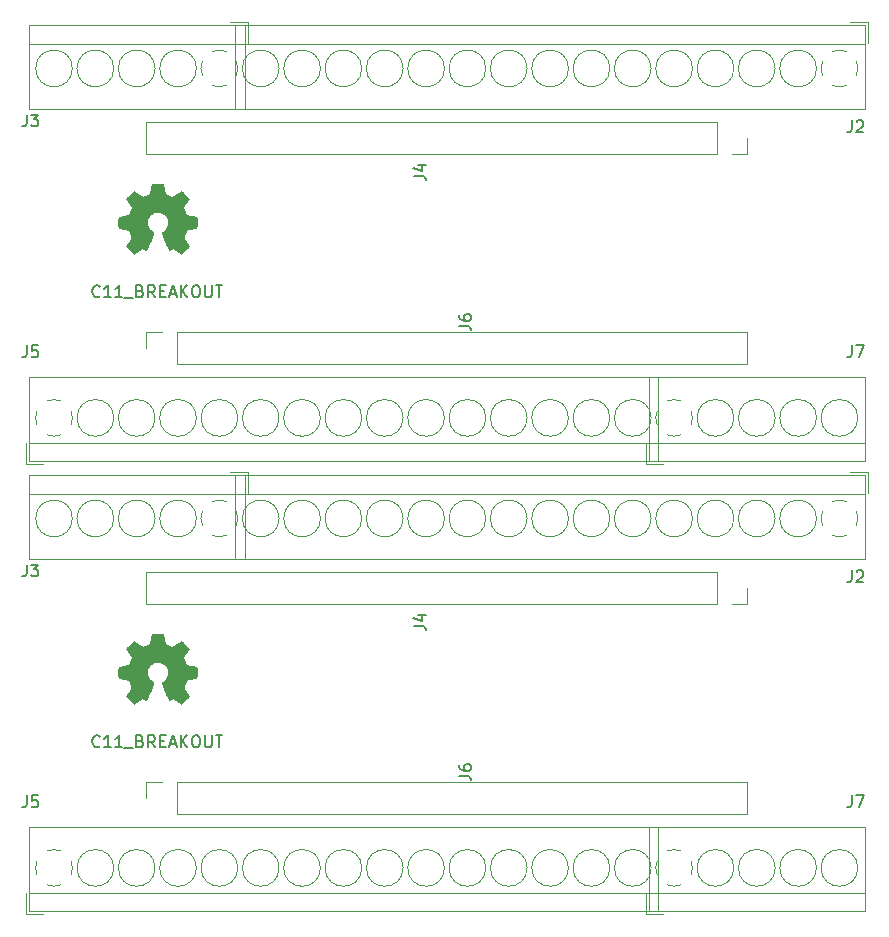
<source format=gbr>
G04 #@! TF.GenerationSoftware,KiCad,Pcbnew,5.1.5+dfsg1-2build2*
G04 #@! TF.CreationDate,2021-02-19T18:32:34-05:00*
G04 #@! TF.ProjectId,,58585858-5858-4585-9858-585858585858,rev?*
G04 #@! TF.SameCoordinates,Original*
G04 #@! TF.FileFunction,Legend,Top*
G04 #@! TF.FilePolarity,Positive*
%FSLAX46Y46*%
G04 Gerber Fmt 4.6, Leading zero omitted, Abs format (unit mm)*
G04 Created by KiCad (PCBNEW 5.1.5+dfsg1-2build2) date 2021-02-19 18:32:34*
%MOMM*%
%LPD*%
G04 APERTURE LIST*
%ADD10C,0.150000*%
%ADD11C,0.120000*%
%ADD12C,0.010000*%
G04 APERTURE END LIST*
D10*
X110000066Y-115927142D02*
X109952447Y-115974761D01*
X109809590Y-116022380D01*
X109714352Y-116022380D01*
X109571495Y-115974761D01*
X109476257Y-115879523D01*
X109428638Y-115784285D01*
X109381019Y-115593809D01*
X109381019Y-115450952D01*
X109428638Y-115260476D01*
X109476257Y-115165238D01*
X109571495Y-115070000D01*
X109714352Y-115022380D01*
X109809590Y-115022380D01*
X109952447Y-115070000D01*
X110000066Y-115117619D01*
X110952447Y-116022380D02*
X110381019Y-116022380D01*
X110666733Y-116022380D02*
X110666733Y-115022380D01*
X110571495Y-115165238D01*
X110476257Y-115260476D01*
X110381019Y-115308095D01*
X111904828Y-116022380D02*
X111333400Y-116022380D01*
X111619114Y-116022380D02*
X111619114Y-115022380D01*
X111523876Y-115165238D01*
X111428638Y-115260476D01*
X111333400Y-115308095D01*
X112095304Y-116117619D02*
X112857209Y-116117619D01*
X113428638Y-115498571D02*
X113571495Y-115546190D01*
X113619114Y-115593809D01*
X113666733Y-115689047D01*
X113666733Y-115831904D01*
X113619114Y-115927142D01*
X113571495Y-115974761D01*
X113476257Y-116022380D01*
X113095304Y-116022380D01*
X113095304Y-115022380D01*
X113428638Y-115022380D01*
X113523876Y-115070000D01*
X113571495Y-115117619D01*
X113619114Y-115212857D01*
X113619114Y-115308095D01*
X113571495Y-115403333D01*
X113523876Y-115450952D01*
X113428638Y-115498571D01*
X113095304Y-115498571D01*
X114666733Y-116022380D02*
X114333400Y-115546190D01*
X114095304Y-116022380D02*
X114095304Y-115022380D01*
X114476257Y-115022380D01*
X114571495Y-115070000D01*
X114619114Y-115117619D01*
X114666733Y-115212857D01*
X114666733Y-115355714D01*
X114619114Y-115450952D01*
X114571495Y-115498571D01*
X114476257Y-115546190D01*
X114095304Y-115546190D01*
X115095304Y-115498571D02*
X115428638Y-115498571D01*
X115571495Y-116022380D02*
X115095304Y-116022380D01*
X115095304Y-115022380D01*
X115571495Y-115022380D01*
X115952447Y-115736666D02*
X116428638Y-115736666D01*
X115857209Y-116022380D02*
X116190542Y-115022380D01*
X116523876Y-116022380D01*
X116857209Y-116022380D02*
X116857209Y-115022380D01*
X117428638Y-116022380D02*
X117000066Y-115450952D01*
X117428638Y-115022380D02*
X116857209Y-115593809D01*
X118047685Y-115022380D02*
X118238161Y-115022380D01*
X118333400Y-115070000D01*
X118428638Y-115165238D01*
X118476257Y-115355714D01*
X118476257Y-115689047D01*
X118428638Y-115879523D01*
X118333400Y-115974761D01*
X118238161Y-116022380D01*
X118047685Y-116022380D01*
X117952447Y-115974761D01*
X117857209Y-115879523D01*
X117809590Y-115689047D01*
X117809590Y-115355714D01*
X117857209Y-115165238D01*
X117952447Y-115070000D01*
X118047685Y-115022380D01*
X118904828Y-115022380D02*
X118904828Y-115831904D01*
X118952447Y-115927142D01*
X119000066Y-115974761D01*
X119095304Y-116022380D01*
X119285780Y-116022380D01*
X119381019Y-115974761D01*
X119428638Y-115927142D01*
X119476257Y-115831904D01*
X119476257Y-115022380D01*
X119809590Y-115022380D02*
X120381019Y-115022380D01*
X120095304Y-116022380D02*
X120095304Y-115022380D01*
X110000066Y-77827142D02*
X109952447Y-77874761D01*
X109809590Y-77922380D01*
X109714352Y-77922380D01*
X109571495Y-77874761D01*
X109476257Y-77779523D01*
X109428638Y-77684285D01*
X109381019Y-77493809D01*
X109381019Y-77350952D01*
X109428638Y-77160476D01*
X109476257Y-77065238D01*
X109571495Y-76970000D01*
X109714352Y-76922380D01*
X109809590Y-76922380D01*
X109952447Y-76970000D01*
X110000066Y-77017619D01*
X110952447Y-77922380D02*
X110381019Y-77922380D01*
X110666733Y-77922380D02*
X110666733Y-76922380D01*
X110571495Y-77065238D01*
X110476257Y-77160476D01*
X110381019Y-77208095D01*
X111904828Y-77922380D02*
X111333400Y-77922380D01*
X111619114Y-77922380D02*
X111619114Y-76922380D01*
X111523876Y-77065238D01*
X111428638Y-77160476D01*
X111333400Y-77208095D01*
X112095304Y-78017619D02*
X112857209Y-78017619D01*
X113428638Y-77398571D02*
X113571495Y-77446190D01*
X113619114Y-77493809D01*
X113666733Y-77589047D01*
X113666733Y-77731904D01*
X113619114Y-77827142D01*
X113571495Y-77874761D01*
X113476257Y-77922380D01*
X113095304Y-77922380D01*
X113095304Y-76922380D01*
X113428638Y-76922380D01*
X113523876Y-76970000D01*
X113571495Y-77017619D01*
X113619114Y-77112857D01*
X113619114Y-77208095D01*
X113571495Y-77303333D01*
X113523876Y-77350952D01*
X113428638Y-77398571D01*
X113095304Y-77398571D01*
X114666733Y-77922380D02*
X114333400Y-77446190D01*
X114095304Y-77922380D02*
X114095304Y-76922380D01*
X114476257Y-76922380D01*
X114571495Y-76970000D01*
X114619114Y-77017619D01*
X114666733Y-77112857D01*
X114666733Y-77255714D01*
X114619114Y-77350952D01*
X114571495Y-77398571D01*
X114476257Y-77446190D01*
X114095304Y-77446190D01*
X115095304Y-77398571D02*
X115428638Y-77398571D01*
X115571495Y-77922380D02*
X115095304Y-77922380D01*
X115095304Y-76922380D01*
X115571495Y-76922380D01*
X115952447Y-77636666D02*
X116428638Y-77636666D01*
X115857209Y-77922380D02*
X116190542Y-76922380D01*
X116523876Y-77922380D01*
X116857209Y-77922380D02*
X116857209Y-76922380D01*
X117428638Y-77922380D02*
X117000066Y-77350952D01*
X117428638Y-76922380D02*
X116857209Y-77493809D01*
X118047685Y-76922380D02*
X118238161Y-76922380D01*
X118333400Y-76970000D01*
X118428638Y-77065238D01*
X118476257Y-77255714D01*
X118476257Y-77589047D01*
X118428638Y-77779523D01*
X118333400Y-77874761D01*
X118238161Y-77922380D01*
X118047685Y-77922380D01*
X117952447Y-77874761D01*
X117857209Y-77779523D01*
X117809590Y-77589047D01*
X117809590Y-77255714D01*
X117857209Y-77065238D01*
X117952447Y-76970000D01*
X118047685Y-76922380D01*
X118904828Y-76922380D02*
X118904828Y-77731904D01*
X118952447Y-77827142D01*
X119000066Y-77874761D01*
X119095304Y-77922380D01*
X119285780Y-77922380D01*
X119381019Y-77874761D01*
X119428638Y-77827142D01*
X119476257Y-77731904D01*
X119476257Y-76922380D01*
X119809590Y-76922380D02*
X120381019Y-76922380D01*
X120095304Y-77922380D02*
X120095304Y-76922380D01*
D11*
X159237587Y-127664385D02*
G75*
G02X158630000Y-127788000I-607587J1431385D01*
G01*
X160062109Y-125625258D02*
G75*
G02X160062000Y-126841000I-1432109J-607742D01*
G01*
X158022258Y-124800891D02*
G75*
G02X159238000Y-124801000I607742J-1432109D01*
G01*
X157197891Y-126840742D02*
G75*
G02X157198000Y-125625000I1432109J607742D01*
G01*
X158657011Y-127788492D02*
G75*
G02X158022000Y-127665000I-27011J1555492D01*
G01*
X163685000Y-126233000D02*
G75*
G03X163685000Y-126233000I-1555000J0D01*
G01*
X167185000Y-126233000D02*
G75*
G03X167185000Y-126233000I-1555000J0D01*
G01*
X170685000Y-126233000D02*
G75*
G03X170685000Y-126233000I-1555000J0D01*
G01*
X174185000Y-126233000D02*
G75*
G03X174185000Y-126233000I-1555000J0D01*
G01*
X156470000Y-128333000D02*
X174790000Y-128333000D01*
X156470000Y-122773000D02*
X174790000Y-122773000D01*
X156470000Y-129893000D02*
X174790000Y-129893000D01*
X156470000Y-122773000D02*
X156470000Y-129893000D01*
X174790000Y-122773000D02*
X174790000Y-129893000D01*
X156230000Y-128393000D02*
X156230000Y-130133000D01*
X156230000Y-130133000D02*
X157730000Y-130133000D01*
D12*
G36*
X115440014Y-106841331D02*
G01*
X115523835Y-107285955D01*
X115833120Y-107413453D01*
X116142406Y-107540951D01*
X116513446Y-107288646D01*
X116617357Y-107218396D01*
X116711287Y-107155672D01*
X116790852Y-107103338D01*
X116851670Y-107064257D01*
X116889357Y-107041293D01*
X116899621Y-107036342D01*
X116918110Y-107049076D01*
X116957620Y-107084282D01*
X117013722Y-107137462D01*
X117081987Y-107204118D01*
X117157986Y-107279754D01*
X117237292Y-107359872D01*
X117315475Y-107439974D01*
X117388107Y-107515564D01*
X117450759Y-107582145D01*
X117499003Y-107635218D01*
X117528410Y-107670287D01*
X117535441Y-107682023D01*
X117525323Y-107703660D01*
X117496959Y-107751062D01*
X117453329Y-107819593D01*
X117397418Y-107904615D01*
X117332206Y-108001493D01*
X117294419Y-108056750D01*
X117225543Y-108157648D01*
X117164340Y-108248699D01*
X117113778Y-108325370D01*
X117076828Y-108383128D01*
X117056458Y-108417443D01*
X117053397Y-108424654D01*
X117060336Y-108445148D01*
X117079251Y-108492913D01*
X117107287Y-108561232D01*
X117141591Y-108643389D01*
X117179309Y-108732670D01*
X117217587Y-108822358D01*
X117253570Y-108905738D01*
X117284406Y-108976094D01*
X117307239Y-109026710D01*
X117319217Y-109050871D01*
X117319924Y-109051822D01*
X117338731Y-109056436D01*
X117388818Y-109066728D01*
X117464993Y-109081687D01*
X117562065Y-109100301D01*
X117674843Y-109121559D01*
X117740642Y-109133818D01*
X117861150Y-109156762D01*
X117969997Y-109178595D01*
X118061676Y-109198122D01*
X118130681Y-109214148D01*
X118171504Y-109225479D01*
X118179711Y-109229074D01*
X118187748Y-109253406D01*
X118194233Y-109308359D01*
X118199170Y-109387508D01*
X118202564Y-109484426D01*
X118204418Y-109592687D01*
X118204738Y-109705865D01*
X118203527Y-109817535D01*
X118200790Y-109921268D01*
X118196531Y-110010641D01*
X118190755Y-110079226D01*
X118183467Y-110120597D01*
X118179095Y-110129210D01*
X118152964Y-110139533D01*
X118097593Y-110154292D01*
X118020307Y-110171752D01*
X117928430Y-110190180D01*
X117896358Y-110196141D01*
X117741724Y-110224466D01*
X117619575Y-110247276D01*
X117525873Y-110265480D01*
X117456584Y-110279983D01*
X117407671Y-110291692D01*
X117375097Y-110301515D01*
X117354828Y-110310356D01*
X117342826Y-110319124D01*
X117341147Y-110320857D01*
X117324384Y-110348771D01*
X117298814Y-110403095D01*
X117266988Y-110477177D01*
X117231460Y-110564365D01*
X117194783Y-110658008D01*
X117159511Y-110751452D01*
X117128196Y-110838047D01*
X117103393Y-110911140D01*
X117087654Y-110964078D01*
X117083532Y-110990211D01*
X117083876Y-110991126D01*
X117097841Y-111012486D01*
X117129522Y-111059484D01*
X117175591Y-111127227D01*
X117232718Y-111210823D01*
X117297573Y-111305382D01*
X117316043Y-111332254D01*
X117381899Y-111429675D01*
X117439850Y-111518563D01*
X117486738Y-111593812D01*
X117519407Y-111650320D01*
X117534700Y-111682981D01*
X117535441Y-111686993D01*
X117522592Y-111708084D01*
X117487088Y-111749864D01*
X117433493Y-111807845D01*
X117366371Y-111877535D01*
X117290287Y-111954445D01*
X117209804Y-112034083D01*
X117129487Y-112111961D01*
X117053899Y-112183586D01*
X116987605Y-112244470D01*
X116935169Y-112290121D01*
X116901155Y-112316050D01*
X116891745Y-112320283D01*
X116869843Y-112310312D01*
X116825000Y-112283420D01*
X116764521Y-112244136D01*
X116717989Y-112212517D01*
X116633675Y-112154498D01*
X116533826Y-112086184D01*
X116433673Y-112017979D01*
X116379827Y-111981475D01*
X116197571Y-111858200D01*
X116044581Y-111940920D01*
X115974882Y-111977159D01*
X115915614Y-112005326D01*
X115875511Y-112021391D01*
X115865303Y-112023626D01*
X115853029Y-112007122D01*
X115828813Y-111960482D01*
X115794463Y-111888009D01*
X115751788Y-111794006D01*
X115702594Y-111682774D01*
X115648690Y-111558615D01*
X115591884Y-111425832D01*
X115533982Y-111288727D01*
X115476793Y-111151602D01*
X115422124Y-111018758D01*
X115371784Y-110894498D01*
X115327580Y-110783125D01*
X115291319Y-110688939D01*
X115264809Y-110616244D01*
X115249858Y-110569341D01*
X115247454Y-110553233D01*
X115266511Y-110532686D01*
X115308236Y-110499333D01*
X115363906Y-110460102D01*
X115368578Y-110456999D01*
X115512464Y-110341823D01*
X115628483Y-110207453D01*
X115715630Y-110058184D01*
X115772899Y-109898313D01*
X115799286Y-109732137D01*
X115793785Y-109563952D01*
X115755390Y-109398055D01*
X115683095Y-109238742D01*
X115661826Y-109203887D01*
X115551196Y-109063137D01*
X115420502Y-108950114D01*
X115274264Y-108865403D01*
X115117008Y-108809594D01*
X114953257Y-108783274D01*
X114787533Y-108787030D01*
X114624362Y-108821450D01*
X114468265Y-108887123D01*
X114323767Y-108984635D01*
X114279069Y-109024213D01*
X114165312Y-109148103D01*
X114082418Y-109278524D01*
X114025556Y-109424715D01*
X113993887Y-109569488D01*
X113986069Y-109732260D01*
X114012138Y-109895840D01*
X114069445Y-110054698D01*
X114155344Y-110203306D01*
X114267186Y-110336135D01*
X114402323Y-110447656D01*
X114420083Y-110459411D01*
X114476350Y-110497908D01*
X114519123Y-110531263D01*
X114539572Y-110552560D01*
X114539869Y-110553233D01*
X114535479Y-110576271D01*
X114518076Y-110628557D01*
X114489468Y-110705790D01*
X114451465Y-110803668D01*
X114405874Y-110917891D01*
X114354503Y-111044158D01*
X114299162Y-111178167D01*
X114241658Y-111315618D01*
X114183801Y-111452208D01*
X114127398Y-111583637D01*
X114074258Y-111705605D01*
X114026190Y-111813809D01*
X113985001Y-111903949D01*
X113952501Y-111971723D01*
X113930497Y-112012830D01*
X113921636Y-112023626D01*
X113894560Y-112015219D01*
X113843897Y-111992672D01*
X113778383Y-111960013D01*
X113742359Y-111940920D01*
X113589368Y-111858200D01*
X113407112Y-111981475D01*
X113314075Y-112044628D01*
X113212215Y-112114127D01*
X113116762Y-112179565D01*
X113068950Y-112212517D01*
X113001705Y-112257673D01*
X112944764Y-112293457D01*
X112905554Y-112315338D01*
X112892819Y-112319963D01*
X112874283Y-112307485D01*
X112833259Y-112272652D01*
X112773725Y-112219078D01*
X112699658Y-112150383D01*
X112615035Y-112070181D01*
X112561515Y-112018686D01*
X112467881Y-111926686D01*
X112386959Y-111844399D01*
X112322023Y-111775345D01*
X112276342Y-111723044D01*
X112253189Y-111691016D01*
X112250968Y-111684516D01*
X112261276Y-111659794D01*
X112289761Y-111609805D01*
X112333263Y-111539612D01*
X112388623Y-111454275D01*
X112452680Y-111358856D01*
X112470897Y-111332254D01*
X112537273Y-111235567D01*
X112596822Y-111148517D01*
X112646216Y-111075995D01*
X112682125Y-111022893D01*
X112701219Y-110994103D01*
X112703064Y-110991126D01*
X112700305Y-110968182D01*
X112685662Y-110917736D01*
X112661687Y-110846441D01*
X112630934Y-110760947D01*
X112595956Y-110667907D01*
X112559307Y-110573974D01*
X112523539Y-110485799D01*
X112491206Y-110410034D01*
X112464862Y-110353331D01*
X112447058Y-110322343D01*
X112445793Y-110320857D01*
X112434906Y-110312001D01*
X112416518Y-110303243D01*
X112386594Y-110293677D01*
X112341097Y-110282396D01*
X112275991Y-110268493D01*
X112187239Y-110251063D01*
X112070807Y-110229198D01*
X111922658Y-110201991D01*
X111890582Y-110196141D01*
X111795514Y-110177774D01*
X111712635Y-110159805D01*
X111649270Y-110143969D01*
X111612742Y-110132000D01*
X111607844Y-110129210D01*
X111599773Y-110104472D01*
X111593213Y-110049190D01*
X111588167Y-109969789D01*
X111584641Y-109872696D01*
X111582639Y-109764338D01*
X111582164Y-109651140D01*
X111583223Y-109539528D01*
X111585818Y-109435929D01*
X111589954Y-109346768D01*
X111595637Y-109278472D01*
X111602869Y-109237466D01*
X111607229Y-109229074D01*
X111631502Y-109220608D01*
X111686774Y-109206835D01*
X111767538Y-109188950D01*
X111868288Y-109168148D01*
X111983517Y-109145623D01*
X112046298Y-109133818D01*
X112165413Y-109111551D01*
X112271635Y-109091379D01*
X112359773Y-109074315D01*
X112424634Y-109061369D01*
X112461026Y-109053555D01*
X112467016Y-109051822D01*
X112477139Y-109032290D01*
X112498538Y-108985243D01*
X112528361Y-108917403D01*
X112563755Y-108835491D01*
X112601868Y-108746228D01*
X112639847Y-108656335D01*
X112674840Y-108572535D01*
X112703994Y-108501547D01*
X112724457Y-108450094D01*
X112733377Y-108424897D01*
X112733543Y-108423796D01*
X112723431Y-108403919D01*
X112695083Y-108358177D01*
X112651477Y-108291117D01*
X112595594Y-108207284D01*
X112530413Y-108111226D01*
X112492521Y-108056050D01*
X112423475Y-107954881D01*
X112362150Y-107863030D01*
X112311537Y-107785144D01*
X112274629Y-107725869D01*
X112254418Y-107689851D01*
X112251499Y-107681777D01*
X112264047Y-107662984D01*
X112298737Y-107622857D01*
X112351137Y-107565893D01*
X112416816Y-107496585D01*
X112491344Y-107419431D01*
X112570287Y-107338925D01*
X112649217Y-107259563D01*
X112723700Y-107185840D01*
X112789306Y-107122252D01*
X112841604Y-107073294D01*
X112876161Y-107043461D01*
X112887722Y-107036342D01*
X112906546Y-107046353D01*
X112951569Y-107074478D01*
X113018413Y-107117854D01*
X113102701Y-107173618D01*
X113200056Y-107238906D01*
X113273493Y-107288646D01*
X113644533Y-107540951D01*
X114263105Y-107285955D01*
X114346925Y-106841331D01*
X114430746Y-106396707D01*
X115356194Y-106396707D01*
X115440014Y-106841331D01*
G37*
X115440014Y-106841331D02*
X115523835Y-107285955D01*
X115833120Y-107413453D01*
X116142406Y-107540951D01*
X116513446Y-107288646D01*
X116617357Y-107218396D01*
X116711287Y-107155672D01*
X116790852Y-107103338D01*
X116851670Y-107064257D01*
X116889357Y-107041293D01*
X116899621Y-107036342D01*
X116918110Y-107049076D01*
X116957620Y-107084282D01*
X117013722Y-107137462D01*
X117081987Y-107204118D01*
X117157986Y-107279754D01*
X117237292Y-107359872D01*
X117315475Y-107439974D01*
X117388107Y-107515564D01*
X117450759Y-107582145D01*
X117499003Y-107635218D01*
X117528410Y-107670287D01*
X117535441Y-107682023D01*
X117525323Y-107703660D01*
X117496959Y-107751062D01*
X117453329Y-107819593D01*
X117397418Y-107904615D01*
X117332206Y-108001493D01*
X117294419Y-108056750D01*
X117225543Y-108157648D01*
X117164340Y-108248699D01*
X117113778Y-108325370D01*
X117076828Y-108383128D01*
X117056458Y-108417443D01*
X117053397Y-108424654D01*
X117060336Y-108445148D01*
X117079251Y-108492913D01*
X117107287Y-108561232D01*
X117141591Y-108643389D01*
X117179309Y-108732670D01*
X117217587Y-108822358D01*
X117253570Y-108905738D01*
X117284406Y-108976094D01*
X117307239Y-109026710D01*
X117319217Y-109050871D01*
X117319924Y-109051822D01*
X117338731Y-109056436D01*
X117388818Y-109066728D01*
X117464993Y-109081687D01*
X117562065Y-109100301D01*
X117674843Y-109121559D01*
X117740642Y-109133818D01*
X117861150Y-109156762D01*
X117969997Y-109178595D01*
X118061676Y-109198122D01*
X118130681Y-109214148D01*
X118171504Y-109225479D01*
X118179711Y-109229074D01*
X118187748Y-109253406D01*
X118194233Y-109308359D01*
X118199170Y-109387508D01*
X118202564Y-109484426D01*
X118204418Y-109592687D01*
X118204738Y-109705865D01*
X118203527Y-109817535D01*
X118200790Y-109921268D01*
X118196531Y-110010641D01*
X118190755Y-110079226D01*
X118183467Y-110120597D01*
X118179095Y-110129210D01*
X118152964Y-110139533D01*
X118097593Y-110154292D01*
X118020307Y-110171752D01*
X117928430Y-110190180D01*
X117896358Y-110196141D01*
X117741724Y-110224466D01*
X117619575Y-110247276D01*
X117525873Y-110265480D01*
X117456584Y-110279983D01*
X117407671Y-110291692D01*
X117375097Y-110301515D01*
X117354828Y-110310356D01*
X117342826Y-110319124D01*
X117341147Y-110320857D01*
X117324384Y-110348771D01*
X117298814Y-110403095D01*
X117266988Y-110477177D01*
X117231460Y-110564365D01*
X117194783Y-110658008D01*
X117159511Y-110751452D01*
X117128196Y-110838047D01*
X117103393Y-110911140D01*
X117087654Y-110964078D01*
X117083532Y-110990211D01*
X117083876Y-110991126D01*
X117097841Y-111012486D01*
X117129522Y-111059484D01*
X117175591Y-111127227D01*
X117232718Y-111210823D01*
X117297573Y-111305382D01*
X117316043Y-111332254D01*
X117381899Y-111429675D01*
X117439850Y-111518563D01*
X117486738Y-111593812D01*
X117519407Y-111650320D01*
X117534700Y-111682981D01*
X117535441Y-111686993D01*
X117522592Y-111708084D01*
X117487088Y-111749864D01*
X117433493Y-111807845D01*
X117366371Y-111877535D01*
X117290287Y-111954445D01*
X117209804Y-112034083D01*
X117129487Y-112111961D01*
X117053899Y-112183586D01*
X116987605Y-112244470D01*
X116935169Y-112290121D01*
X116901155Y-112316050D01*
X116891745Y-112320283D01*
X116869843Y-112310312D01*
X116825000Y-112283420D01*
X116764521Y-112244136D01*
X116717989Y-112212517D01*
X116633675Y-112154498D01*
X116533826Y-112086184D01*
X116433673Y-112017979D01*
X116379827Y-111981475D01*
X116197571Y-111858200D01*
X116044581Y-111940920D01*
X115974882Y-111977159D01*
X115915614Y-112005326D01*
X115875511Y-112021391D01*
X115865303Y-112023626D01*
X115853029Y-112007122D01*
X115828813Y-111960482D01*
X115794463Y-111888009D01*
X115751788Y-111794006D01*
X115702594Y-111682774D01*
X115648690Y-111558615D01*
X115591884Y-111425832D01*
X115533982Y-111288727D01*
X115476793Y-111151602D01*
X115422124Y-111018758D01*
X115371784Y-110894498D01*
X115327580Y-110783125D01*
X115291319Y-110688939D01*
X115264809Y-110616244D01*
X115249858Y-110569341D01*
X115247454Y-110553233D01*
X115266511Y-110532686D01*
X115308236Y-110499333D01*
X115363906Y-110460102D01*
X115368578Y-110456999D01*
X115512464Y-110341823D01*
X115628483Y-110207453D01*
X115715630Y-110058184D01*
X115772899Y-109898313D01*
X115799286Y-109732137D01*
X115793785Y-109563952D01*
X115755390Y-109398055D01*
X115683095Y-109238742D01*
X115661826Y-109203887D01*
X115551196Y-109063137D01*
X115420502Y-108950114D01*
X115274264Y-108865403D01*
X115117008Y-108809594D01*
X114953257Y-108783274D01*
X114787533Y-108787030D01*
X114624362Y-108821450D01*
X114468265Y-108887123D01*
X114323767Y-108984635D01*
X114279069Y-109024213D01*
X114165312Y-109148103D01*
X114082418Y-109278524D01*
X114025556Y-109424715D01*
X113993887Y-109569488D01*
X113986069Y-109732260D01*
X114012138Y-109895840D01*
X114069445Y-110054698D01*
X114155344Y-110203306D01*
X114267186Y-110336135D01*
X114402323Y-110447656D01*
X114420083Y-110459411D01*
X114476350Y-110497908D01*
X114519123Y-110531263D01*
X114539572Y-110552560D01*
X114539869Y-110553233D01*
X114535479Y-110576271D01*
X114518076Y-110628557D01*
X114489468Y-110705790D01*
X114451465Y-110803668D01*
X114405874Y-110917891D01*
X114354503Y-111044158D01*
X114299162Y-111178167D01*
X114241658Y-111315618D01*
X114183801Y-111452208D01*
X114127398Y-111583637D01*
X114074258Y-111705605D01*
X114026190Y-111813809D01*
X113985001Y-111903949D01*
X113952501Y-111971723D01*
X113930497Y-112012830D01*
X113921636Y-112023626D01*
X113894560Y-112015219D01*
X113843897Y-111992672D01*
X113778383Y-111960013D01*
X113742359Y-111940920D01*
X113589368Y-111858200D01*
X113407112Y-111981475D01*
X113314075Y-112044628D01*
X113212215Y-112114127D01*
X113116762Y-112179565D01*
X113068950Y-112212517D01*
X113001705Y-112257673D01*
X112944764Y-112293457D01*
X112905554Y-112315338D01*
X112892819Y-112319963D01*
X112874283Y-112307485D01*
X112833259Y-112272652D01*
X112773725Y-112219078D01*
X112699658Y-112150383D01*
X112615035Y-112070181D01*
X112561515Y-112018686D01*
X112467881Y-111926686D01*
X112386959Y-111844399D01*
X112322023Y-111775345D01*
X112276342Y-111723044D01*
X112253189Y-111691016D01*
X112250968Y-111684516D01*
X112261276Y-111659794D01*
X112289761Y-111609805D01*
X112333263Y-111539612D01*
X112388623Y-111454275D01*
X112452680Y-111358856D01*
X112470897Y-111332254D01*
X112537273Y-111235567D01*
X112596822Y-111148517D01*
X112646216Y-111075995D01*
X112682125Y-111022893D01*
X112701219Y-110994103D01*
X112703064Y-110991126D01*
X112700305Y-110968182D01*
X112685662Y-110917736D01*
X112661687Y-110846441D01*
X112630934Y-110760947D01*
X112595956Y-110667907D01*
X112559307Y-110573974D01*
X112523539Y-110485799D01*
X112491206Y-110410034D01*
X112464862Y-110353331D01*
X112447058Y-110322343D01*
X112445793Y-110320857D01*
X112434906Y-110312001D01*
X112416518Y-110303243D01*
X112386594Y-110293677D01*
X112341097Y-110282396D01*
X112275991Y-110268493D01*
X112187239Y-110251063D01*
X112070807Y-110229198D01*
X111922658Y-110201991D01*
X111890582Y-110196141D01*
X111795514Y-110177774D01*
X111712635Y-110159805D01*
X111649270Y-110143969D01*
X111612742Y-110132000D01*
X111607844Y-110129210D01*
X111599773Y-110104472D01*
X111593213Y-110049190D01*
X111588167Y-109969789D01*
X111584641Y-109872696D01*
X111582639Y-109764338D01*
X111582164Y-109651140D01*
X111583223Y-109539528D01*
X111585818Y-109435929D01*
X111589954Y-109346768D01*
X111595637Y-109278472D01*
X111602869Y-109237466D01*
X111607229Y-109229074D01*
X111631502Y-109220608D01*
X111686774Y-109206835D01*
X111767538Y-109188950D01*
X111868288Y-109168148D01*
X111983517Y-109145623D01*
X112046298Y-109133818D01*
X112165413Y-109111551D01*
X112271635Y-109091379D01*
X112359773Y-109074315D01*
X112424634Y-109061369D01*
X112461026Y-109053555D01*
X112467016Y-109051822D01*
X112477139Y-109032290D01*
X112498538Y-108985243D01*
X112528361Y-108917403D01*
X112563755Y-108835491D01*
X112601868Y-108746228D01*
X112639847Y-108656335D01*
X112674840Y-108572535D01*
X112703994Y-108501547D01*
X112724457Y-108450094D01*
X112733377Y-108424897D01*
X112733543Y-108423796D01*
X112723431Y-108403919D01*
X112695083Y-108358177D01*
X112651477Y-108291117D01*
X112595594Y-108207284D01*
X112530413Y-108111226D01*
X112492521Y-108056050D01*
X112423475Y-107954881D01*
X112362150Y-107863030D01*
X112311537Y-107785144D01*
X112274629Y-107725869D01*
X112254418Y-107689851D01*
X112251499Y-107681777D01*
X112264047Y-107662984D01*
X112298737Y-107622857D01*
X112351137Y-107565893D01*
X112416816Y-107496585D01*
X112491344Y-107419431D01*
X112570287Y-107338925D01*
X112649217Y-107259563D01*
X112723700Y-107185840D01*
X112789306Y-107122252D01*
X112841604Y-107073294D01*
X112876161Y-107043461D01*
X112887722Y-107036342D01*
X112906546Y-107046353D01*
X112951569Y-107074478D01*
X113018413Y-107117854D01*
X113102701Y-107173618D01*
X113200056Y-107238906D01*
X113273493Y-107288646D01*
X113644533Y-107540951D01*
X114263105Y-107285955D01*
X114346925Y-106841331D01*
X114430746Y-106396707D01*
X115356194Y-106396707D01*
X115440014Y-106841331D01*
D11*
X106737587Y-127664385D02*
G75*
G02X106130000Y-127788000I-607587J1431385D01*
G01*
X107562109Y-125625258D02*
G75*
G02X107562000Y-126841000I-1432109J-607742D01*
G01*
X105522258Y-124800891D02*
G75*
G02X106738000Y-124801000I607742J-1432109D01*
G01*
X104697891Y-126840742D02*
G75*
G02X104698000Y-125625000I1432109J607742D01*
G01*
X106157011Y-127788492D02*
G75*
G02X105522000Y-127665000I-27011J1555492D01*
G01*
X111185000Y-126233000D02*
G75*
G03X111185000Y-126233000I-1555000J0D01*
G01*
X114685000Y-126233000D02*
G75*
G03X114685000Y-126233000I-1555000J0D01*
G01*
X118185000Y-126233000D02*
G75*
G03X118185000Y-126233000I-1555000J0D01*
G01*
X121685000Y-126233000D02*
G75*
G03X121685000Y-126233000I-1555000J0D01*
G01*
X125185000Y-126233000D02*
G75*
G03X125185000Y-126233000I-1555000J0D01*
G01*
X128685000Y-126233000D02*
G75*
G03X128685000Y-126233000I-1555000J0D01*
G01*
X132185000Y-126233000D02*
G75*
G03X132185000Y-126233000I-1555000J0D01*
G01*
X135685000Y-126233000D02*
G75*
G03X135685000Y-126233000I-1555000J0D01*
G01*
X139185000Y-126233000D02*
G75*
G03X139185000Y-126233000I-1555000J0D01*
G01*
X142685000Y-126233000D02*
G75*
G03X142685000Y-126233000I-1555000J0D01*
G01*
X146185000Y-126233000D02*
G75*
G03X146185000Y-126233000I-1555000J0D01*
G01*
X149685000Y-126233000D02*
G75*
G03X149685000Y-126233000I-1555000J0D01*
G01*
X153185000Y-126233000D02*
G75*
G03X153185000Y-126233000I-1555000J0D01*
G01*
X156685000Y-126233000D02*
G75*
G03X156685000Y-126233000I-1555000J0D01*
G01*
X103970000Y-128333000D02*
X157290000Y-128333000D01*
X103970000Y-122773000D02*
X157290000Y-122773000D01*
X103970000Y-129893000D02*
X157290000Y-129893000D01*
X103970000Y-122773000D02*
X103970000Y-129893000D01*
X157290000Y-122773000D02*
X157290000Y-129893000D01*
X103730000Y-128393000D02*
X103730000Y-130133000D01*
X103730000Y-130133000D02*
X105230000Y-130133000D01*
X119522413Y-95215615D02*
G75*
G02X120130000Y-95092000I607587J-1431385D01*
G01*
X118697891Y-97254742D02*
G75*
G02X118698000Y-96039000I1432109J607742D01*
G01*
X120737742Y-98079109D02*
G75*
G02X119522000Y-98079000I-607742J1432109D01*
G01*
X121562109Y-96039258D02*
G75*
G02X121562000Y-97255000I-1432109J-607742D01*
G01*
X120102989Y-95091508D02*
G75*
G02X120738000Y-95215000I27011J-1555492D01*
G01*
X118185000Y-96647000D02*
G75*
G03X118185000Y-96647000I-1555000J0D01*
G01*
X114685000Y-96647000D02*
G75*
G03X114685000Y-96647000I-1555000J0D01*
G01*
X111185000Y-96647000D02*
G75*
G03X111185000Y-96647000I-1555000J0D01*
G01*
X107685000Y-96647000D02*
G75*
G03X107685000Y-96647000I-1555000J0D01*
G01*
X122290000Y-94547000D02*
X103970000Y-94547000D01*
X122290000Y-100107000D02*
X103970000Y-100107000D01*
X122290000Y-92987000D02*
X103970000Y-92987000D01*
X122290000Y-100107000D02*
X122290000Y-92987000D01*
X103970000Y-100107000D02*
X103970000Y-92987000D01*
X122530000Y-94487000D02*
X122530000Y-92747000D01*
X122530000Y-92747000D02*
X121030000Y-92747000D01*
X116520000Y-121660000D02*
X116520000Y-119000000D01*
X116520000Y-121660000D02*
X164840000Y-121660000D01*
X164840000Y-121660000D02*
X164840000Y-119000000D01*
X116520000Y-119000000D02*
X164840000Y-119000000D01*
X113920000Y-119000000D02*
X115250000Y-119000000D01*
X113920000Y-120330000D02*
X113920000Y-119000000D01*
X172022413Y-95215615D02*
G75*
G02X172630000Y-95092000I607587J-1431385D01*
G01*
X171197891Y-97254742D02*
G75*
G02X171198000Y-96039000I1432109J607742D01*
G01*
X173237742Y-98079109D02*
G75*
G02X172022000Y-98079000I-607742J1432109D01*
G01*
X174062109Y-96039258D02*
G75*
G02X174062000Y-97255000I-1432109J-607742D01*
G01*
X172602989Y-95091508D02*
G75*
G02X173238000Y-95215000I27011J-1555492D01*
G01*
X170685000Y-96647000D02*
G75*
G03X170685000Y-96647000I-1555000J0D01*
G01*
X167185000Y-96647000D02*
G75*
G03X167185000Y-96647000I-1555000J0D01*
G01*
X163685000Y-96647000D02*
G75*
G03X163685000Y-96647000I-1555000J0D01*
G01*
X160185000Y-96647000D02*
G75*
G03X160185000Y-96647000I-1555000J0D01*
G01*
X156685000Y-96647000D02*
G75*
G03X156685000Y-96647000I-1555000J0D01*
G01*
X153185000Y-96647000D02*
G75*
G03X153185000Y-96647000I-1555000J0D01*
G01*
X149685000Y-96647000D02*
G75*
G03X149685000Y-96647000I-1555000J0D01*
G01*
X146185000Y-96647000D02*
G75*
G03X146185000Y-96647000I-1555000J0D01*
G01*
X142685000Y-96647000D02*
G75*
G03X142685000Y-96647000I-1555000J0D01*
G01*
X139185000Y-96647000D02*
G75*
G03X139185000Y-96647000I-1555000J0D01*
G01*
X135685000Y-96647000D02*
G75*
G03X135685000Y-96647000I-1555000J0D01*
G01*
X132185000Y-96647000D02*
G75*
G03X132185000Y-96647000I-1555000J0D01*
G01*
X128685000Y-96647000D02*
G75*
G03X128685000Y-96647000I-1555000J0D01*
G01*
X125185000Y-96647000D02*
G75*
G03X125185000Y-96647000I-1555000J0D01*
G01*
X174790000Y-94547000D02*
X121470000Y-94547000D01*
X174790000Y-100107000D02*
X121470000Y-100107000D01*
X174790000Y-92987000D02*
X121470000Y-92987000D01*
X174790000Y-100107000D02*
X174790000Y-92987000D01*
X121470000Y-100107000D02*
X121470000Y-92987000D01*
X175030000Y-94487000D02*
X175030000Y-92747000D01*
X175030000Y-92747000D02*
X173530000Y-92747000D01*
X162240000Y-101220000D02*
X162240000Y-103880000D01*
X162240000Y-101220000D02*
X113920000Y-101220000D01*
X113920000Y-101220000D02*
X113920000Y-103880000D01*
X162240000Y-103880000D02*
X113920000Y-103880000D01*
X164840000Y-103880000D02*
X163510000Y-103880000D01*
X164840000Y-102550000D02*
X164840000Y-103880000D01*
X113920000Y-82230000D02*
X113920000Y-80900000D01*
X113920000Y-80900000D02*
X115250000Y-80900000D01*
X116520000Y-80900000D02*
X164840000Y-80900000D01*
X164840000Y-83560000D02*
X164840000Y-80900000D01*
X116520000Y-83560000D02*
X164840000Y-83560000D01*
X116520000Y-83560000D02*
X116520000Y-80900000D01*
X156230000Y-92033000D02*
X157730000Y-92033000D01*
X156230000Y-90293000D02*
X156230000Y-92033000D01*
X174790000Y-84673000D02*
X174790000Y-91793000D01*
X156470000Y-84673000D02*
X156470000Y-91793000D01*
X156470000Y-91793000D02*
X174790000Y-91793000D01*
X156470000Y-84673000D02*
X174790000Y-84673000D01*
X156470000Y-90233000D02*
X174790000Y-90233000D01*
X174185000Y-88133000D02*
G75*
G03X174185000Y-88133000I-1555000J0D01*
G01*
X170685000Y-88133000D02*
G75*
G03X170685000Y-88133000I-1555000J0D01*
G01*
X167185000Y-88133000D02*
G75*
G03X167185000Y-88133000I-1555000J0D01*
G01*
X163685000Y-88133000D02*
G75*
G03X163685000Y-88133000I-1555000J0D01*
G01*
X158657011Y-89688492D02*
G75*
G02X158022000Y-89565000I-27011J1555492D01*
G01*
X157197891Y-88740742D02*
G75*
G02X157198000Y-87525000I1432109J607742D01*
G01*
X158022258Y-86700891D02*
G75*
G02X159238000Y-86701000I607742J-1432109D01*
G01*
X160062109Y-87525258D02*
G75*
G02X160062000Y-88741000I-1432109J-607742D01*
G01*
X159237587Y-89564385D02*
G75*
G02X158630000Y-89688000I-607587J1431385D01*
G01*
X103730000Y-92033000D02*
X105230000Y-92033000D01*
X103730000Y-90293000D02*
X103730000Y-92033000D01*
X157290000Y-84673000D02*
X157290000Y-91793000D01*
X103970000Y-84673000D02*
X103970000Y-91793000D01*
X103970000Y-91793000D02*
X157290000Y-91793000D01*
X103970000Y-84673000D02*
X157290000Y-84673000D01*
X103970000Y-90233000D02*
X157290000Y-90233000D01*
X156685000Y-88133000D02*
G75*
G03X156685000Y-88133000I-1555000J0D01*
G01*
X153185000Y-88133000D02*
G75*
G03X153185000Y-88133000I-1555000J0D01*
G01*
X149685000Y-88133000D02*
G75*
G03X149685000Y-88133000I-1555000J0D01*
G01*
X146185000Y-88133000D02*
G75*
G03X146185000Y-88133000I-1555000J0D01*
G01*
X142685000Y-88133000D02*
G75*
G03X142685000Y-88133000I-1555000J0D01*
G01*
X139185000Y-88133000D02*
G75*
G03X139185000Y-88133000I-1555000J0D01*
G01*
X135685000Y-88133000D02*
G75*
G03X135685000Y-88133000I-1555000J0D01*
G01*
X132185000Y-88133000D02*
G75*
G03X132185000Y-88133000I-1555000J0D01*
G01*
X128685000Y-88133000D02*
G75*
G03X128685000Y-88133000I-1555000J0D01*
G01*
X125185000Y-88133000D02*
G75*
G03X125185000Y-88133000I-1555000J0D01*
G01*
X121685000Y-88133000D02*
G75*
G03X121685000Y-88133000I-1555000J0D01*
G01*
X118185000Y-88133000D02*
G75*
G03X118185000Y-88133000I-1555000J0D01*
G01*
X114685000Y-88133000D02*
G75*
G03X114685000Y-88133000I-1555000J0D01*
G01*
X111185000Y-88133000D02*
G75*
G03X111185000Y-88133000I-1555000J0D01*
G01*
X106157011Y-89688492D02*
G75*
G02X105522000Y-89565000I-27011J1555492D01*
G01*
X104697891Y-88740742D02*
G75*
G02X104698000Y-87525000I1432109J607742D01*
G01*
X105522258Y-86700891D02*
G75*
G02X106738000Y-86701000I607742J-1432109D01*
G01*
X107562109Y-87525258D02*
G75*
G02X107562000Y-88741000I-1432109J-607742D01*
G01*
X106737587Y-89564385D02*
G75*
G02X106130000Y-89688000I-607587J1431385D01*
G01*
X164840000Y-64450000D02*
X164840000Y-65780000D01*
X164840000Y-65780000D02*
X163510000Y-65780000D01*
X162240000Y-65780000D02*
X113920000Y-65780000D01*
X113920000Y-63120000D02*
X113920000Y-65780000D01*
X162240000Y-63120000D02*
X113920000Y-63120000D01*
X162240000Y-63120000D02*
X162240000Y-65780000D01*
X122530000Y-54647000D02*
X121030000Y-54647000D01*
X122530000Y-56387000D02*
X122530000Y-54647000D01*
X103970000Y-62007000D02*
X103970000Y-54887000D01*
X122290000Y-62007000D02*
X122290000Y-54887000D01*
X122290000Y-54887000D02*
X103970000Y-54887000D01*
X122290000Y-62007000D02*
X103970000Y-62007000D01*
X122290000Y-56447000D02*
X103970000Y-56447000D01*
X107685000Y-58547000D02*
G75*
G03X107685000Y-58547000I-1555000J0D01*
G01*
X111185000Y-58547000D02*
G75*
G03X111185000Y-58547000I-1555000J0D01*
G01*
X114685000Y-58547000D02*
G75*
G03X114685000Y-58547000I-1555000J0D01*
G01*
X118185000Y-58547000D02*
G75*
G03X118185000Y-58547000I-1555000J0D01*
G01*
X120102989Y-56991508D02*
G75*
G02X120738000Y-57115000I27011J-1555492D01*
G01*
X121562109Y-57939258D02*
G75*
G02X121562000Y-59155000I-1432109J-607742D01*
G01*
X120737742Y-59979109D02*
G75*
G02X119522000Y-59979000I-607742J1432109D01*
G01*
X118697891Y-59154742D02*
G75*
G02X118698000Y-57939000I1432109J607742D01*
G01*
X119522413Y-57115615D02*
G75*
G02X120130000Y-56992000I607587J-1431385D01*
G01*
X175030000Y-54647000D02*
X173530000Y-54647000D01*
X175030000Y-56387000D02*
X175030000Y-54647000D01*
X121470000Y-62007000D02*
X121470000Y-54887000D01*
X174790000Y-62007000D02*
X174790000Y-54887000D01*
X174790000Y-54887000D02*
X121470000Y-54887000D01*
X174790000Y-62007000D02*
X121470000Y-62007000D01*
X174790000Y-56447000D02*
X121470000Y-56447000D01*
X125185000Y-58547000D02*
G75*
G03X125185000Y-58547000I-1555000J0D01*
G01*
X128685000Y-58547000D02*
G75*
G03X128685000Y-58547000I-1555000J0D01*
G01*
X132185000Y-58547000D02*
G75*
G03X132185000Y-58547000I-1555000J0D01*
G01*
X135685000Y-58547000D02*
G75*
G03X135685000Y-58547000I-1555000J0D01*
G01*
X139185000Y-58547000D02*
G75*
G03X139185000Y-58547000I-1555000J0D01*
G01*
X142685000Y-58547000D02*
G75*
G03X142685000Y-58547000I-1555000J0D01*
G01*
X146185000Y-58547000D02*
G75*
G03X146185000Y-58547000I-1555000J0D01*
G01*
X149685000Y-58547000D02*
G75*
G03X149685000Y-58547000I-1555000J0D01*
G01*
X153185000Y-58547000D02*
G75*
G03X153185000Y-58547000I-1555000J0D01*
G01*
X156685000Y-58547000D02*
G75*
G03X156685000Y-58547000I-1555000J0D01*
G01*
X160185000Y-58547000D02*
G75*
G03X160185000Y-58547000I-1555000J0D01*
G01*
X163685000Y-58547000D02*
G75*
G03X163685000Y-58547000I-1555000J0D01*
G01*
X167185000Y-58547000D02*
G75*
G03X167185000Y-58547000I-1555000J0D01*
G01*
X170685000Y-58547000D02*
G75*
G03X170685000Y-58547000I-1555000J0D01*
G01*
X172602989Y-56991508D02*
G75*
G02X173238000Y-57115000I27011J-1555492D01*
G01*
X174062109Y-57939258D02*
G75*
G02X174062000Y-59155000I-1432109J-607742D01*
G01*
X173237742Y-59979109D02*
G75*
G02X172022000Y-59979000I-607742J1432109D01*
G01*
X171197891Y-59154742D02*
G75*
G02X171198000Y-57939000I1432109J607742D01*
G01*
X172022413Y-57115615D02*
G75*
G02X172630000Y-56992000I607587J-1431385D01*
G01*
D12*
G36*
X115440014Y-68741331D02*
G01*
X115523835Y-69185955D01*
X115833120Y-69313453D01*
X116142406Y-69440951D01*
X116513446Y-69188646D01*
X116617357Y-69118396D01*
X116711287Y-69055672D01*
X116790852Y-69003338D01*
X116851670Y-68964257D01*
X116889357Y-68941293D01*
X116899621Y-68936342D01*
X116918110Y-68949076D01*
X116957620Y-68984282D01*
X117013722Y-69037462D01*
X117081987Y-69104118D01*
X117157986Y-69179754D01*
X117237292Y-69259872D01*
X117315475Y-69339974D01*
X117388107Y-69415564D01*
X117450759Y-69482145D01*
X117499003Y-69535218D01*
X117528410Y-69570287D01*
X117535441Y-69582023D01*
X117525323Y-69603660D01*
X117496959Y-69651062D01*
X117453329Y-69719593D01*
X117397418Y-69804615D01*
X117332206Y-69901493D01*
X117294419Y-69956750D01*
X117225543Y-70057648D01*
X117164340Y-70148699D01*
X117113778Y-70225370D01*
X117076828Y-70283128D01*
X117056458Y-70317443D01*
X117053397Y-70324654D01*
X117060336Y-70345148D01*
X117079251Y-70392913D01*
X117107287Y-70461232D01*
X117141591Y-70543389D01*
X117179309Y-70632670D01*
X117217587Y-70722358D01*
X117253570Y-70805738D01*
X117284406Y-70876094D01*
X117307239Y-70926710D01*
X117319217Y-70950871D01*
X117319924Y-70951822D01*
X117338731Y-70956436D01*
X117388818Y-70966728D01*
X117464993Y-70981687D01*
X117562065Y-71000301D01*
X117674843Y-71021559D01*
X117740642Y-71033818D01*
X117861150Y-71056762D01*
X117969997Y-71078595D01*
X118061676Y-71098122D01*
X118130681Y-71114148D01*
X118171504Y-71125479D01*
X118179711Y-71129074D01*
X118187748Y-71153406D01*
X118194233Y-71208359D01*
X118199170Y-71287508D01*
X118202564Y-71384426D01*
X118204418Y-71492687D01*
X118204738Y-71605865D01*
X118203527Y-71717535D01*
X118200790Y-71821268D01*
X118196531Y-71910641D01*
X118190755Y-71979226D01*
X118183467Y-72020597D01*
X118179095Y-72029210D01*
X118152964Y-72039533D01*
X118097593Y-72054292D01*
X118020307Y-72071752D01*
X117928430Y-72090180D01*
X117896358Y-72096141D01*
X117741724Y-72124466D01*
X117619575Y-72147276D01*
X117525873Y-72165480D01*
X117456584Y-72179983D01*
X117407671Y-72191692D01*
X117375097Y-72201515D01*
X117354828Y-72210356D01*
X117342826Y-72219124D01*
X117341147Y-72220857D01*
X117324384Y-72248771D01*
X117298814Y-72303095D01*
X117266988Y-72377177D01*
X117231460Y-72464365D01*
X117194783Y-72558008D01*
X117159511Y-72651452D01*
X117128196Y-72738047D01*
X117103393Y-72811140D01*
X117087654Y-72864078D01*
X117083532Y-72890211D01*
X117083876Y-72891126D01*
X117097841Y-72912486D01*
X117129522Y-72959484D01*
X117175591Y-73027227D01*
X117232718Y-73110823D01*
X117297573Y-73205382D01*
X117316043Y-73232254D01*
X117381899Y-73329675D01*
X117439850Y-73418563D01*
X117486738Y-73493812D01*
X117519407Y-73550320D01*
X117534700Y-73582981D01*
X117535441Y-73586993D01*
X117522592Y-73608084D01*
X117487088Y-73649864D01*
X117433493Y-73707845D01*
X117366371Y-73777535D01*
X117290287Y-73854445D01*
X117209804Y-73934083D01*
X117129487Y-74011961D01*
X117053899Y-74083586D01*
X116987605Y-74144470D01*
X116935169Y-74190121D01*
X116901155Y-74216050D01*
X116891745Y-74220283D01*
X116869843Y-74210312D01*
X116825000Y-74183420D01*
X116764521Y-74144136D01*
X116717989Y-74112517D01*
X116633675Y-74054498D01*
X116533826Y-73986184D01*
X116433673Y-73917979D01*
X116379827Y-73881475D01*
X116197571Y-73758200D01*
X116044581Y-73840920D01*
X115974882Y-73877159D01*
X115915614Y-73905326D01*
X115875511Y-73921391D01*
X115865303Y-73923626D01*
X115853029Y-73907122D01*
X115828813Y-73860482D01*
X115794463Y-73788009D01*
X115751788Y-73694006D01*
X115702594Y-73582774D01*
X115648690Y-73458615D01*
X115591884Y-73325832D01*
X115533982Y-73188727D01*
X115476793Y-73051602D01*
X115422124Y-72918758D01*
X115371784Y-72794498D01*
X115327580Y-72683125D01*
X115291319Y-72588939D01*
X115264809Y-72516244D01*
X115249858Y-72469341D01*
X115247454Y-72453233D01*
X115266511Y-72432686D01*
X115308236Y-72399333D01*
X115363906Y-72360102D01*
X115368578Y-72356999D01*
X115512464Y-72241823D01*
X115628483Y-72107453D01*
X115715630Y-71958184D01*
X115772899Y-71798313D01*
X115799286Y-71632137D01*
X115793785Y-71463952D01*
X115755390Y-71298055D01*
X115683095Y-71138742D01*
X115661826Y-71103887D01*
X115551196Y-70963137D01*
X115420502Y-70850114D01*
X115274264Y-70765403D01*
X115117008Y-70709594D01*
X114953257Y-70683274D01*
X114787533Y-70687030D01*
X114624362Y-70721450D01*
X114468265Y-70787123D01*
X114323767Y-70884635D01*
X114279069Y-70924213D01*
X114165312Y-71048103D01*
X114082418Y-71178524D01*
X114025556Y-71324715D01*
X113993887Y-71469488D01*
X113986069Y-71632260D01*
X114012138Y-71795840D01*
X114069445Y-71954698D01*
X114155344Y-72103306D01*
X114267186Y-72236135D01*
X114402323Y-72347656D01*
X114420083Y-72359411D01*
X114476350Y-72397908D01*
X114519123Y-72431263D01*
X114539572Y-72452560D01*
X114539869Y-72453233D01*
X114535479Y-72476271D01*
X114518076Y-72528557D01*
X114489468Y-72605790D01*
X114451465Y-72703668D01*
X114405874Y-72817891D01*
X114354503Y-72944158D01*
X114299162Y-73078167D01*
X114241658Y-73215618D01*
X114183801Y-73352208D01*
X114127398Y-73483637D01*
X114074258Y-73605605D01*
X114026190Y-73713809D01*
X113985001Y-73803949D01*
X113952501Y-73871723D01*
X113930497Y-73912830D01*
X113921636Y-73923626D01*
X113894560Y-73915219D01*
X113843897Y-73892672D01*
X113778383Y-73860013D01*
X113742359Y-73840920D01*
X113589368Y-73758200D01*
X113407112Y-73881475D01*
X113314075Y-73944628D01*
X113212215Y-74014127D01*
X113116762Y-74079565D01*
X113068950Y-74112517D01*
X113001705Y-74157673D01*
X112944764Y-74193457D01*
X112905554Y-74215338D01*
X112892819Y-74219963D01*
X112874283Y-74207485D01*
X112833259Y-74172652D01*
X112773725Y-74119078D01*
X112699658Y-74050383D01*
X112615035Y-73970181D01*
X112561515Y-73918686D01*
X112467881Y-73826686D01*
X112386959Y-73744399D01*
X112322023Y-73675345D01*
X112276342Y-73623044D01*
X112253189Y-73591016D01*
X112250968Y-73584516D01*
X112261276Y-73559794D01*
X112289761Y-73509805D01*
X112333263Y-73439612D01*
X112388623Y-73354275D01*
X112452680Y-73258856D01*
X112470897Y-73232254D01*
X112537273Y-73135567D01*
X112596822Y-73048517D01*
X112646216Y-72975995D01*
X112682125Y-72922893D01*
X112701219Y-72894103D01*
X112703064Y-72891126D01*
X112700305Y-72868182D01*
X112685662Y-72817736D01*
X112661687Y-72746441D01*
X112630934Y-72660947D01*
X112595956Y-72567907D01*
X112559307Y-72473974D01*
X112523539Y-72385799D01*
X112491206Y-72310034D01*
X112464862Y-72253331D01*
X112447058Y-72222343D01*
X112445793Y-72220857D01*
X112434906Y-72212001D01*
X112416518Y-72203243D01*
X112386594Y-72193677D01*
X112341097Y-72182396D01*
X112275991Y-72168493D01*
X112187239Y-72151063D01*
X112070807Y-72129198D01*
X111922658Y-72101991D01*
X111890582Y-72096141D01*
X111795514Y-72077774D01*
X111712635Y-72059805D01*
X111649270Y-72043969D01*
X111612742Y-72032000D01*
X111607844Y-72029210D01*
X111599773Y-72004472D01*
X111593213Y-71949190D01*
X111588167Y-71869789D01*
X111584641Y-71772696D01*
X111582639Y-71664338D01*
X111582164Y-71551140D01*
X111583223Y-71439528D01*
X111585818Y-71335929D01*
X111589954Y-71246768D01*
X111595637Y-71178472D01*
X111602869Y-71137466D01*
X111607229Y-71129074D01*
X111631502Y-71120608D01*
X111686774Y-71106835D01*
X111767538Y-71088950D01*
X111868288Y-71068148D01*
X111983517Y-71045623D01*
X112046298Y-71033818D01*
X112165413Y-71011551D01*
X112271635Y-70991379D01*
X112359773Y-70974315D01*
X112424634Y-70961369D01*
X112461026Y-70953555D01*
X112467016Y-70951822D01*
X112477139Y-70932290D01*
X112498538Y-70885243D01*
X112528361Y-70817403D01*
X112563755Y-70735491D01*
X112601868Y-70646228D01*
X112639847Y-70556335D01*
X112674840Y-70472535D01*
X112703994Y-70401547D01*
X112724457Y-70350094D01*
X112733377Y-70324897D01*
X112733543Y-70323796D01*
X112723431Y-70303919D01*
X112695083Y-70258177D01*
X112651477Y-70191117D01*
X112595594Y-70107284D01*
X112530413Y-70011226D01*
X112492521Y-69956050D01*
X112423475Y-69854881D01*
X112362150Y-69763030D01*
X112311537Y-69685144D01*
X112274629Y-69625869D01*
X112254418Y-69589851D01*
X112251499Y-69581777D01*
X112264047Y-69562984D01*
X112298737Y-69522857D01*
X112351137Y-69465893D01*
X112416816Y-69396585D01*
X112491344Y-69319431D01*
X112570287Y-69238925D01*
X112649217Y-69159563D01*
X112723700Y-69085840D01*
X112789306Y-69022252D01*
X112841604Y-68973294D01*
X112876161Y-68943461D01*
X112887722Y-68936342D01*
X112906546Y-68946353D01*
X112951569Y-68974478D01*
X113018413Y-69017854D01*
X113102701Y-69073618D01*
X113200056Y-69138906D01*
X113273493Y-69188646D01*
X113644533Y-69440951D01*
X114263105Y-69185955D01*
X114346925Y-68741331D01*
X114430746Y-68296707D01*
X115356194Y-68296707D01*
X115440014Y-68741331D01*
G37*
X115440014Y-68741331D02*
X115523835Y-69185955D01*
X115833120Y-69313453D01*
X116142406Y-69440951D01*
X116513446Y-69188646D01*
X116617357Y-69118396D01*
X116711287Y-69055672D01*
X116790852Y-69003338D01*
X116851670Y-68964257D01*
X116889357Y-68941293D01*
X116899621Y-68936342D01*
X116918110Y-68949076D01*
X116957620Y-68984282D01*
X117013722Y-69037462D01*
X117081987Y-69104118D01*
X117157986Y-69179754D01*
X117237292Y-69259872D01*
X117315475Y-69339974D01*
X117388107Y-69415564D01*
X117450759Y-69482145D01*
X117499003Y-69535218D01*
X117528410Y-69570287D01*
X117535441Y-69582023D01*
X117525323Y-69603660D01*
X117496959Y-69651062D01*
X117453329Y-69719593D01*
X117397418Y-69804615D01*
X117332206Y-69901493D01*
X117294419Y-69956750D01*
X117225543Y-70057648D01*
X117164340Y-70148699D01*
X117113778Y-70225370D01*
X117076828Y-70283128D01*
X117056458Y-70317443D01*
X117053397Y-70324654D01*
X117060336Y-70345148D01*
X117079251Y-70392913D01*
X117107287Y-70461232D01*
X117141591Y-70543389D01*
X117179309Y-70632670D01*
X117217587Y-70722358D01*
X117253570Y-70805738D01*
X117284406Y-70876094D01*
X117307239Y-70926710D01*
X117319217Y-70950871D01*
X117319924Y-70951822D01*
X117338731Y-70956436D01*
X117388818Y-70966728D01*
X117464993Y-70981687D01*
X117562065Y-71000301D01*
X117674843Y-71021559D01*
X117740642Y-71033818D01*
X117861150Y-71056762D01*
X117969997Y-71078595D01*
X118061676Y-71098122D01*
X118130681Y-71114148D01*
X118171504Y-71125479D01*
X118179711Y-71129074D01*
X118187748Y-71153406D01*
X118194233Y-71208359D01*
X118199170Y-71287508D01*
X118202564Y-71384426D01*
X118204418Y-71492687D01*
X118204738Y-71605865D01*
X118203527Y-71717535D01*
X118200790Y-71821268D01*
X118196531Y-71910641D01*
X118190755Y-71979226D01*
X118183467Y-72020597D01*
X118179095Y-72029210D01*
X118152964Y-72039533D01*
X118097593Y-72054292D01*
X118020307Y-72071752D01*
X117928430Y-72090180D01*
X117896358Y-72096141D01*
X117741724Y-72124466D01*
X117619575Y-72147276D01*
X117525873Y-72165480D01*
X117456584Y-72179983D01*
X117407671Y-72191692D01*
X117375097Y-72201515D01*
X117354828Y-72210356D01*
X117342826Y-72219124D01*
X117341147Y-72220857D01*
X117324384Y-72248771D01*
X117298814Y-72303095D01*
X117266988Y-72377177D01*
X117231460Y-72464365D01*
X117194783Y-72558008D01*
X117159511Y-72651452D01*
X117128196Y-72738047D01*
X117103393Y-72811140D01*
X117087654Y-72864078D01*
X117083532Y-72890211D01*
X117083876Y-72891126D01*
X117097841Y-72912486D01*
X117129522Y-72959484D01*
X117175591Y-73027227D01*
X117232718Y-73110823D01*
X117297573Y-73205382D01*
X117316043Y-73232254D01*
X117381899Y-73329675D01*
X117439850Y-73418563D01*
X117486738Y-73493812D01*
X117519407Y-73550320D01*
X117534700Y-73582981D01*
X117535441Y-73586993D01*
X117522592Y-73608084D01*
X117487088Y-73649864D01*
X117433493Y-73707845D01*
X117366371Y-73777535D01*
X117290287Y-73854445D01*
X117209804Y-73934083D01*
X117129487Y-74011961D01*
X117053899Y-74083586D01*
X116987605Y-74144470D01*
X116935169Y-74190121D01*
X116901155Y-74216050D01*
X116891745Y-74220283D01*
X116869843Y-74210312D01*
X116825000Y-74183420D01*
X116764521Y-74144136D01*
X116717989Y-74112517D01*
X116633675Y-74054498D01*
X116533826Y-73986184D01*
X116433673Y-73917979D01*
X116379827Y-73881475D01*
X116197571Y-73758200D01*
X116044581Y-73840920D01*
X115974882Y-73877159D01*
X115915614Y-73905326D01*
X115875511Y-73921391D01*
X115865303Y-73923626D01*
X115853029Y-73907122D01*
X115828813Y-73860482D01*
X115794463Y-73788009D01*
X115751788Y-73694006D01*
X115702594Y-73582774D01*
X115648690Y-73458615D01*
X115591884Y-73325832D01*
X115533982Y-73188727D01*
X115476793Y-73051602D01*
X115422124Y-72918758D01*
X115371784Y-72794498D01*
X115327580Y-72683125D01*
X115291319Y-72588939D01*
X115264809Y-72516244D01*
X115249858Y-72469341D01*
X115247454Y-72453233D01*
X115266511Y-72432686D01*
X115308236Y-72399333D01*
X115363906Y-72360102D01*
X115368578Y-72356999D01*
X115512464Y-72241823D01*
X115628483Y-72107453D01*
X115715630Y-71958184D01*
X115772899Y-71798313D01*
X115799286Y-71632137D01*
X115793785Y-71463952D01*
X115755390Y-71298055D01*
X115683095Y-71138742D01*
X115661826Y-71103887D01*
X115551196Y-70963137D01*
X115420502Y-70850114D01*
X115274264Y-70765403D01*
X115117008Y-70709594D01*
X114953257Y-70683274D01*
X114787533Y-70687030D01*
X114624362Y-70721450D01*
X114468265Y-70787123D01*
X114323767Y-70884635D01*
X114279069Y-70924213D01*
X114165312Y-71048103D01*
X114082418Y-71178524D01*
X114025556Y-71324715D01*
X113993887Y-71469488D01*
X113986069Y-71632260D01*
X114012138Y-71795840D01*
X114069445Y-71954698D01*
X114155344Y-72103306D01*
X114267186Y-72236135D01*
X114402323Y-72347656D01*
X114420083Y-72359411D01*
X114476350Y-72397908D01*
X114519123Y-72431263D01*
X114539572Y-72452560D01*
X114539869Y-72453233D01*
X114535479Y-72476271D01*
X114518076Y-72528557D01*
X114489468Y-72605790D01*
X114451465Y-72703668D01*
X114405874Y-72817891D01*
X114354503Y-72944158D01*
X114299162Y-73078167D01*
X114241658Y-73215618D01*
X114183801Y-73352208D01*
X114127398Y-73483637D01*
X114074258Y-73605605D01*
X114026190Y-73713809D01*
X113985001Y-73803949D01*
X113952501Y-73871723D01*
X113930497Y-73912830D01*
X113921636Y-73923626D01*
X113894560Y-73915219D01*
X113843897Y-73892672D01*
X113778383Y-73860013D01*
X113742359Y-73840920D01*
X113589368Y-73758200D01*
X113407112Y-73881475D01*
X113314075Y-73944628D01*
X113212215Y-74014127D01*
X113116762Y-74079565D01*
X113068950Y-74112517D01*
X113001705Y-74157673D01*
X112944764Y-74193457D01*
X112905554Y-74215338D01*
X112892819Y-74219963D01*
X112874283Y-74207485D01*
X112833259Y-74172652D01*
X112773725Y-74119078D01*
X112699658Y-74050383D01*
X112615035Y-73970181D01*
X112561515Y-73918686D01*
X112467881Y-73826686D01*
X112386959Y-73744399D01*
X112322023Y-73675345D01*
X112276342Y-73623044D01*
X112253189Y-73591016D01*
X112250968Y-73584516D01*
X112261276Y-73559794D01*
X112289761Y-73509805D01*
X112333263Y-73439612D01*
X112388623Y-73354275D01*
X112452680Y-73258856D01*
X112470897Y-73232254D01*
X112537273Y-73135567D01*
X112596822Y-73048517D01*
X112646216Y-72975995D01*
X112682125Y-72922893D01*
X112701219Y-72894103D01*
X112703064Y-72891126D01*
X112700305Y-72868182D01*
X112685662Y-72817736D01*
X112661687Y-72746441D01*
X112630934Y-72660947D01*
X112595956Y-72567907D01*
X112559307Y-72473974D01*
X112523539Y-72385799D01*
X112491206Y-72310034D01*
X112464862Y-72253331D01*
X112447058Y-72222343D01*
X112445793Y-72220857D01*
X112434906Y-72212001D01*
X112416518Y-72203243D01*
X112386594Y-72193677D01*
X112341097Y-72182396D01*
X112275991Y-72168493D01*
X112187239Y-72151063D01*
X112070807Y-72129198D01*
X111922658Y-72101991D01*
X111890582Y-72096141D01*
X111795514Y-72077774D01*
X111712635Y-72059805D01*
X111649270Y-72043969D01*
X111612742Y-72032000D01*
X111607844Y-72029210D01*
X111599773Y-72004472D01*
X111593213Y-71949190D01*
X111588167Y-71869789D01*
X111584641Y-71772696D01*
X111582639Y-71664338D01*
X111582164Y-71551140D01*
X111583223Y-71439528D01*
X111585818Y-71335929D01*
X111589954Y-71246768D01*
X111595637Y-71178472D01*
X111602869Y-71137466D01*
X111607229Y-71129074D01*
X111631502Y-71120608D01*
X111686774Y-71106835D01*
X111767538Y-71088950D01*
X111868288Y-71068148D01*
X111983517Y-71045623D01*
X112046298Y-71033818D01*
X112165413Y-71011551D01*
X112271635Y-70991379D01*
X112359773Y-70974315D01*
X112424634Y-70961369D01*
X112461026Y-70953555D01*
X112467016Y-70951822D01*
X112477139Y-70932290D01*
X112498538Y-70885243D01*
X112528361Y-70817403D01*
X112563755Y-70735491D01*
X112601868Y-70646228D01*
X112639847Y-70556335D01*
X112674840Y-70472535D01*
X112703994Y-70401547D01*
X112724457Y-70350094D01*
X112733377Y-70324897D01*
X112733543Y-70323796D01*
X112723431Y-70303919D01*
X112695083Y-70258177D01*
X112651477Y-70191117D01*
X112595594Y-70107284D01*
X112530413Y-70011226D01*
X112492521Y-69956050D01*
X112423475Y-69854881D01*
X112362150Y-69763030D01*
X112311537Y-69685144D01*
X112274629Y-69625869D01*
X112254418Y-69589851D01*
X112251499Y-69581777D01*
X112264047Y-69562984D01*
X112298737Y-69522857D01*
X112351137Y-69465893D01*
X112416816Y-69396585D01*
X112491344Y-69319431D01*
X112570287Y-69238925D01*
X112649217Y-69159563D01*
X112723700Y-69085840D01*
X112789306Y-69022252D01*
X112841604Y-68973294D01*
X112876161Y-68943461D01*
X112887722Y-68936342D01*
X112906546Y-68946353D01*
X112951569Y-68974478D01*
X113018413Y-69017854D01*
X113102701Y-69073618D01*
X113200056Y-69138906D01*
X113273493Y-69188646D01*
X113644533Y-69440951D01*
X114263105Y-69185955D01*
X114346925Y-68741331D01*
X114430746Y-68296707D01*
X115356194Y-68296707D01*
X115440014Y-68741331D01*
D10*
X173656666Y-120102380D02*
X173656666Y-120816666D01*
X173609047Y-120959523D01*
X173513809Y-121054761D01*
X173370952Y-121102380D01*
X173275714Y-121102380D01*
X174037619Y-120102380D02*
X174704285Y-120102380D01*
X174275714Y-121102380D01*
X103806666Y-120102380D02*
X103806666Y-120816666D01*
X103759047Y-120959523D01*
X103663809Y-121054761D01*
X103520952Y-121102380D01*
X103425714Y-121102380D01*
X104759047Y-120102380D02*
X104282857Y-120102380D01*
X104235238Y-120578571D01*
X104282857Y-120530952D01*
X104378095Y-120483333D01*
X104616190Y-120483333D01*
X104711428Y-120530952D01*
X104759047Y-120578571D01*
X104806666Y-120673809D01*
X104806666Y-120911904D01*
X104759047Y-121007142D01*
X104711428Y-121054761D01*
X104616190Y-121102380D01*
X104378095Y-121102380D01*
X104282857Y-121054761D01*
X104235238Y-121007142D01*
X103806666Y-100559380D02*
X103806666Y-101273666D01*
X103759047Y-101416523D01*
X103663809Y-101511761D01*
X103520952Y-101559380D01*
X103425714Y-101559380D01*
X104187619Y-100559380D02*
X104806666Y-100559380D01*
X104473333Y-100940333D01*
X104616190Y-100940333D01*
X104711428Y-100987952D01*
X104759047Y-101035571D01*
X104806666Y-101130809D01*
X104806666Y-101368904D01*
X104759047Y-101464142D01*
X104711428Y-101511761D01*
X104616190Y-101559380D01*
X104330476Y-101559380D01*
X104235238Y-101511761D01*
X104187619Y-101464142D01*
X140422380Y-118443333D02*
X141136666Y-118443333D01*
X141279523Y-118490952D01*
X141374761Y-118586190D01*
X141422380Y-118729047D01*
X141422380Y-118824285D01*
X140422380Y-117538571D02*
X140422380Y-117729047D01*
X140470000Y-117824285D01*
X140517619Y-117871904D01*
X140660476Y-117967142D01*
X140850952Y-118014761D01*
X141231904Y-118014761D01*
X141327142Y-117967142D01*
X141374761Y-117919523D01*
X141422380Y-117824285D01*
X141422380Y-117633809D01*
X141374761Y-117538571D01*
X141327142Y-117490952D01*
X141231904Y-117443333D01*
X140993809Y-117443333D01*
X140898571Y-117490952D01*
X140850952Y-117538571D01*
X140803333Y-117633809D01*
X140803333Y-117824285D01*
X140850952Y-117919523D01*
X140898571Y-117967142D01*
X140993809Y-118014761D01*
X173656666Y-101052380D02*
X173656666Y-101766666D01*
X173609047Y-101909523D01*
X173513809Y-102004761D01*
X173370952Y-102052380D01*
X173275714Y-102052380D01*
X174085238Y-101147619D02*
X174132857Y-101100000D01*
X174228095Y-101052380D01*
X174466190Y-101052380D01*
X174561428Y-101100000D01*
X174609047Y-101147619D01*
X174656666Y-101242857D01*
X174656666Y-101338095D01*
X174609047Y-101480952D01*
X174037619Y-102052380D01*
X174656666Y-102052380D01*
X136612380Y-105743333D02*
X137326666Y-105743333D01*
X137469523Y-105790952D01*
X137564761Y-105886190D01*
X137612380Y-106029047D01*
X137612380Y-106124285D01*
X136945714Y-104838571D02*
X137612380Y-104838571D01*
X136564761Y-105076666D02*
X137279047Y-105314761D01*
X137279047Y-104695714D01*
X140422380Y-80343333D02*
X141136666Y-80343333D01*
X141279523Y-80390952D01*
X141374761Y-80486190D01*
X141422380Y-80629047D01*
X141422380Y-80724285D01*
X140422380Y-79438571D02*
X140422380Y-79629047D01*
X140470000Y-79724285D01*
X140517619Y-79771904D01*
X140660476Y-79867142D01*
X140850952Y-79914761D01*
X141231904Y-79914761D01*
X141327142Y-79867142D01*
X141374761Y-79819523D01*
X141422380Y-79724285D01*
X141422380Y-79533809D01*
X141374761Y-79438571D01*
X141327142Y-79390952D01*
X141231904Y-79343333D01*
X140993809Y-79343333D01*
X140898571Y-79390952D01*
X140850952Y-79438571D01*
X140803333Y-79533809D01*
X140803333Y-79724285D01*
X140850952Y-79819523D01*
X140898571Y-79867142D01*
X140993809Y-79914761D01*
X173656666Y-82002380D02*
X173656666Y-82716666D01*
X173609047Y-82859523D01*
X173513809Y-82954761D01*
X173370952Y-83002380D01*
X173275714Y-83002380D01*
X174037619Y-82002380D02*
X174704285Y-82002380D01*
X174275714Y-83002380D01*
X103806666Y-82002380D02*
X103806666Y-82716666D01*
X103759047Y-82859523D01*
X103663809Y-82954761D01*
X103520952Y-83002380D01*
X103425714Y-83002380D01*
X104759047Y-82002380D02*
X104282857Y-82002380D01*
X104235238Y-82478571D01*
X104282857Y-82430952D01*
X104378095Y-82383333D01*
X104616190Y-82383333D01*
X104711428Y-82430952D01*
X104759047Y-82478571D01*
X104806666Y-82573809D01*
X104806666Y-82811904D01*
X104759047Y-82907142D01*
X104711428Y-82954761D01*
X104616190Y-83002380D01*
X104378095Y-83002380D01*
X104282857Y-82954761D01*
X104235238Y-82907142D01*
X136612380Y-67643333D02*
X137326666Y-67643333D01*
X137469523Y-67690952D01*
X137564761Y-67786190D01*
X137612380Y-67929047D01*
X137612380Y-68024285D01*
X136945714Y-66738571D02*
X137612380Y-66738571D01*
X136564761Y-66976666D02*
X137279047Y-67214761D01*
X137279047Y-66595714D01*
X103806666Y-62459380D02*
X103806666Y-63173666D01*
X103759047Y-63316523D01*
X103663809Y-63411761D01*
X103520952Y-63459380D01*
X103425714Y-63459380D01*
X104187619Y-62459380D02*
X104806666Y-62459380D01*
X104473333Y-62840333D01*
X104616190Y-62840333D01*
X104711428Y-62887952D01*
X104759047Y-62935571D01*
X104806666Y-63030809D01*
X104806666Y-63268904D01*
X104759047Y-63364142D01*
X104711428Y-63411761D01*
X104616190Y-63459380D01*
X104330476Y-63459380D01*
X104235238Y-63411761D01*
X104187619Y-63364142D01*
X173656666Y-62952380D02*
X173656666Y-63666666D01*
X173609047Y-63809523D01*
X173513809Y-63904761D01*
X173370952Y-63952380D01*
X173275714Y-63952380D01*
X174085238Y-63047619D02*
X174132857Y-63000000D01*
X174228095Y-62952380D01*
X174466190Y-62952380D01*
X174561428Y-63000000D01*
X174609047Y-63047619D01*
X174656666Y-63142857D01*
X174656666Y-63238095D01*
X174609047Y-63380952D01*
X174037619Y-63952380D01*
X174656666Y-63952380D01*
M02*

</source>
